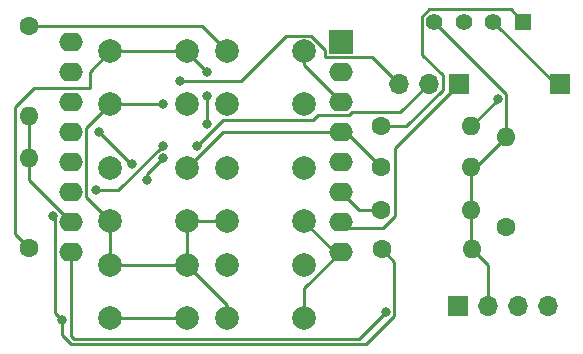
<source format=gbr>
%TF.GenerationSoftware,KiCad,Pcbnew,(6.0.5)*%
%TF.CreationDate,2022-06-30T14:49:24+05:30*%
%TF.ProjectId,D1 mini 4 button remote,4431206d-696e-4692-9034-20627574746f,rev?*%
%TF.SameCoordinates,Original*%
%TF.FileFunction,Copper,L1,Top*%
%TF.FilePolarity,Positive*%
%FSLAX46Y46*%
G04 Gerber Fmt 4.6, Leading zero omitted, Abs format (unit mm)*
G04 Created by KiCad (PCBNEW (6.0.5)) date 2022-06-30 14:49:24*
%MOMM*%
%LPD*%
G01*
G04 APERTURE LIST*
%TA.AperFunction,ComponentPad*%
%ADD10O,1.600000X1.600000*%
%TD*%
%TA.AperFunction,ComponentPad*%
%ADD11C,1.600000*%
%TD*%
%TA.AperFunction,ComponentPad*%
%ADD12C,2.000000*%
%TD*%
%TA.AperFunction,ComponentPad*%
%ADD13R,1.700000X1.700000*%
%TD*%
%TA.AperFunction,ComponentPad*%
%ADD14O,1.700000X1.700000*%
%TD*%
%TA.AperFunction,ComponentPad*%
%ADD15R,1.416000X1.416000*%
%TD*%
%TA.AperFunction,ComponentPad*%
%ADD16C,1.416000*%
%TD*%
%TA.AperFunction,ComponentPad*%
%ADD17R,2.000000X2.000000*%
%TD*%
%TA.AperFunction,ComponentPad*%
%ADD18O,2.000000X1.600000*%
%TD*%
%TA.AperFunction,ViaPad*%
%ADD19C,0.800000*%
%TD*%
%TA.AperFunction,Conductor*%
%ADD20C,0.250000*%
%TD*%
G04 APERTURE END LIST*
D10*
%TO.P,R7,2*%
%TO.N,GND*%
X130606800Y-44399200D03*
D11*
%TO.P,R7,1*%
%TO.N,D2*%
X130606800Y-52019200D03*
%TD*%
D12*
%TO.P,SW6,1,1*%
%TO.N,D2*%
X113484800Y-55219600D03*
X106984800Y-55219600D03*
%TO.P,SW6,2,2*%
%TO.N,3V3*%
X113484800Y-59719600D03*
X106984800Y-59719600D03*
%TD*%
%TO.P,SW5,1,1*%
%TO.N,D1*%
X97080000Y-59690000D03*
X103580000Y-59690000D03*
%TO.P,SW5,2,2*%
%TO.N,3V3*%
X97080000Y-55190000D03*
X103580000Y-55190000D03*
%TD*%
D11*
%TO.P,R6,1*%
%TO.N,D1*%
X120091200Y-53898800D03*
D10*
%TO.P,R6,2*%
%TO.N,GND*%
X127711200Y-53898800D03*
%TD*%
D13*
%TO.P,J3,1,Pin_1*%
%TO.N,Net-(J3-Pad1)*%
X126578600Y-39878000D03*
D14*
%TO.P,J3,2,Pin_2*%
%TO.N,Net-(J3-Pad2)*%
X124038600Y-39878000D03*
%TO.P,J3,3,Pin_3*%
%TO.N,Net-(J3-Pad3)*%
X121498600Y-39878000D03*
%TD*%
D12*
%TO.P,SW3,1,1*%
%TO.N,D5*%
X103580000Y-47026000D03*
X97080000Y-47026000D03*
%TO.P,SW3,2,2*%
%TO.N,3V3*%
X103580000Y-51526000D03*
X97080000Y-51526000D03*
%TD*%
D11*
%TO.P,R5,1*%
%TO.N,D7*%
X120040400Y-50596800D03*
D10*
%TO.P,R5,2*%
%TO.N,GND*%
X127660400Y-50596800D03*
%TD*%
D12*
%TO.P,SW1,1,1*%
%TO.N,D6*%
X103580000Y-37120000D03*
X97080000Y-37120000D03*
%TO.P,SW1,2,2*%
%TO.N,3V3*%
X97080000Y-41620000D03*
X103580000Y-41620000D03*
%TD*%
D13*
%TO.P,J2,1,Pin_1*%
%TO.N,Net-(IC1-Pad2)*%
X135128000Y-39878000D03*
%TD*%
D12*
%TO.P,SW2,1,1*%
%TO.N,D0*%
X113486000Y-37120000D03*
X106986000Y-37120000D03*
%TO.P,SW2,2,2*%
%TO.N,3V3*%
X106986000Y-41620000D03*
X113486000Y-41620000D03*
%TD*%
D11*
%TO.P,R4,1*%
%TO.N,D5*%
X120040400Y-46939200D03*
D10*
%TO.P,R4,2*%
%TO.N,GND*%
X127660400Y-46939200D03*
%TD*%
D11*
%TO.P,R1,1*%
%TO.N,3V3*%
X120040400Y-43484800D03*
D10*
%TO.P,R1,2*%
%TO.N,Net-(IC1-Pad2)*%
X127660400Y-43484800D03*
%TD*%
D13*
%TO.P,J1,1,Pin_1*%
%TO.N,5V*%
X126502000Y-58674000D03*
D14*
%TO.P,J1,2,Pin_2*%
%TO.N,GND*%
X129042000Y-58674000D03*
%TO.P,J1,3,Pin_3*%
%TO.N,unconnected-(J1-Pad3)*%
X131582000Y-58674000D03*
%TO.P,J1,4,Pin_4*%
%TO.N,A0*%
X134122000Y-58674000D03*
%TD*%
D15*
%TO.P,IC1,1,VDD*%
%TO.N,3V3*%
X132020000Y-34616000D03*
D16*
%TO.P,IC1,2,DATA*%
%TO.N,Net-(IC1-Pad2)*%
X129520000Y-34616000D03*
%TO.P,IC1,3,NULL*%
%TO.N,unconnected-(IC1-Pad3)*%
X127020000Y-34616000D03*
%TO.P,IC1,4,GND*%
%TO.N,GND*%
X124520000Y-34616000D03*
%TD*%
D11*
%TO.P,R3,1*%
%TO.N,D6*%
X90170000Y-53746400D03*
D10*
%TO.P,R3,2*%
%TO.N,GND*%
X90170000Y-46126400D03*
%TD*%
D11*
%TO.P,R2,1*%
%TO.N,D0*%
X90220800Y-34950400D03*
D10*
%TO.P,R2,2*%
%TO.N,GND*%
X90220800Y-42570400D03*
%TD*%
D12*
%TO.P,SW4,1,1*%
%TO.N,D7*%
X106986000Y-47026000D03*
X113486000Y-47026000D03*
%TO.P,SW4,2,2*%
%TO.N,3V3*%
X106986000Y-51526000D03*
X113486000Y-51526000D03*
%TD*%
D17*
%TO.P,U1,1,~{RST}*%
%TO.N,unconnected-(U1-Pad1)*%
X116586000Y-36322000D03*
D18*
%TO.P,U1,2,A0*%
%TO.N,A0*%
X116586000Y-38862000D03*
%TO.P,U1,3,D0*%
%TO.N,D0*%
X116586000Y-41402000D03*
%TO.P,U1,4,SCK/D5*%
%TO.N,D5*%
X116586000Y-43942000D03*
%TO.P,U1,5,MISO/D6*%
%TO.N,D6*%
X116586000Y-46482000D03*
%TO.P,U1,6,MOSI/D7*%
%TO.N,D7*%
X116586000Y-49022000D03*
%TO.P,U1,7,CS/D8*%
%TO.N,Net-(J3-Pad1)*%
X116586000Y-51562000D03*
%TO.P,U1,8,3V3*%
%TO.N,3V3*%
X116586000Y-54102000D03*
%TO.P,U1,9,5V*%
%TO.N,5V*%
X93726000Y-54102000D03*
%TO.P,U1,10,GND*%
%TO.N,GND*%
X93726000Y-51562000D03*
%TO.P,U1,11,D4*%
%TO.N,Net-(J3-Pad2)*%
X93726000Y-49022000D03*
%TO.P,U1,12,D3*%
%TO.N,Net-(J3-Pad3)*%
X93726000Y-46482000D03*
%TO.P,U1,13,SDA/D2*%
%TO.N,D2*%
X93726000Y-43942000D03*
%TO.P,U1,14,SCL/D1*%
%TO.N,D1*%
X93726000Y-41402000D03*
%TO.P,U1,15,RX*%
%TO.N,unconnected-(U1-Pad15)*%
X93726000Y-38862000D03*
%TO.P,U1,16,TX*%
%TO.N,unconnected-(U1-Pad16)*%
X93726000Y-36322000D03*
%TD*%
D19*
%TO.N,D6*%
X105257600Y-40895500D03*
X105257600Y-38899500D03*
X105291802Y-43265002D03*
%TO.N,D5*%
X101530989Y-46141195D03*
X100177600Y-48006000D03*
%TO.N,3V3*%
X101530989Y-41605200D03*
%TO.N,D2*%
X98919596Y-46697195D03*
X96102501Y-43930901D03*
%TO.N,Net-(J3-Pad3)*%
X102979989Y-39624000D03*
%TO.N,Net-(J3-Pad2)*%
X95910400Y-48869600D03*
X101530989Y-45110400D03*
X104407101Y-45174301D03*
%TO.N,D1*%
X92198993Y-51059592D03*
X93001500Y-59893200D03*
%TO.N,Net-(IC1-Pad2)*%
X129882300Y-41198800D03*
%TO.N,5V*%
X120396000Y-59182000D03*
%TD*%
D20*
%TO.N,D6*%
X95336733Y-38863267D02*
X97080000Y-37120000D01*
X95336733Y-40277480D02*
X95336733Y-38863267D01*
X90583320Y-40277480D02*
X89045489Y-41815311D01*
X89045489Y-41815311D02*
X89045489Y-52621889D01*
X95336733Y-40277480D02*
X90583320Y-40277480D01*
X105257600Y-43230800D02*
X105291802Y-43265002D01*
X105257600Y-40895500D02*
X105257600Y-43230800D01*
X103580000Y-37221900D02*
X105257600Y-38899500D01*
X103580000Y-37120000D02*
X103580000Y-37221900D01*
%TO.N,D5*%
X100177600Y-47494584D02*
X101530989Y-46141195D01*
X100177600Y-48006000D02*
X100177600Y-47494584D01*
%TO.N,3V3*%
X101516189Y-41620000D02*
X101530989Y-41605200D01*
X97080000Y-41620000D02*
X101516189Y-41620000D01*
X103580000Y-51526000D02*
X103580000Y-55190000D01*
X97080000Y-55190000D02*
X103580000Y-55190000D01*
%TO.N,D1*%
X97080000Y-59690000D02*
X103580000Y-59690000D01*
%TO.N,3V3*%
X106986000Y-51526000D02*
X103580000Y-51526000D01*
%TO.N,D2*%
X98868795Y-46697195D02*
X98919596Y-46697195D01*
X96102501Y-43930901D02*
X98868795Y-46697195D01*
%TO.N,Net-(J3-Pad3)*%
X111981711Y-35795489D02*
X108153200Y-39624000D01*
X114034632Y-35795489D02*
X111981711Y-35795489D01*
X108153200Y-39624000D02*
X102979989Y-39624000D01*
X115261489Y-37022346D02*
X114034632Y-35795489D01*
X115261489Y-37646511D02*
X115261489Y-37022346D01*
X119267111Y-37646511D02*
X115261489Y-37646511D01*
X121498600Y-39878000D02*
X119267111Y-37646511D01*
%TO.N,Net-(J3-Pad2)*%
X97771789Y-48869600D02*
X95910400Y-48869600D01*
X101530989Y-45110400D02*
X97771789Y-48869600D01*
X114281489Y-42944511D02*
X106636891Y-42944511D01*
X106636891Y-42944511D02*
X104407101Y-45174301D01*
X114699480Y-42526520D02*
X114281489Y-42944511D01*
X117251791Y-42526520D02*
X114699480Y-42526520D01*
X117512711Y-42265600D02*
X117251791Y-42526520D01*
X121651000Y-42265600D02*
X117512711Y-42265600D01*
X124038600Y-39878000D02*
X121651000Y-42265600D01*
%TO.N,Net-(J3-Pad1)*%
X117094000Y-52070000D02*
X116586000Y-51562000D01*
X120157500Y-52070000D02*
X117094000Y-52070000D01*
X121164911Y-45291689D02*
X121164911Y-51062589D01*
X126578600Y-39878000D02*
X121164911Y-45291689D01*
X121164911Y-51062589D02*
X120157500Y-52070000D01*
%TO.N,D1*%
X92401480Y-51262079D02*
X92198993Y-51059592D01*
X92401480Y-59293180D02*
X92401480Y-51262079D01*
X93001500Y-59893200D02*
X92401480Y-59293180D01*
X93001500Y-61149900D02*
X93001500Y-59893200D01*
X93769120Y-61917520D02*
X93001500Y-61149900D01*
X118754660Y-61917520D02*
X93769120Y-61917520D01*
X121120511Y-59551669D02*
X118754660Y-61917520D01*
X121120511Y-54928111D02*
X121120511Y-59551669D01*
X120091200Y-53898800D02*
X121120511Y-54928111D01*
%TO.N,D6*%
X90170000Y-53746400D02*
X89045489Y-52621889D01*
%TO.N,D0*%
X90220800Y-34950400D02*
X104816400Y-34950400D01*
X104816400Y-34950400D02*
X106986000Y-37120000D01*
%TO.N,GND*%
X127660400Y-46939200D02*
X127660400Y-50596800D01*
X130606800Y-44399200D02*
X128066800Y-46939200D01*
X128066800Y-46939200D02*
X127660400Y-46939200D01*
%TO.N,D5*%
X117043200Y-43942000D02*
X120040400Y-46939200D01*
X116586000Y-43942000D02*
X117043200Y-43942000D01*
%TO.N,D7*%
X118160800Y-50596800D02*
X116586000Y-49022000D01*
X120040400Y-50596800D02*
X118160800Y-50596800D01*
%TO.N,3V3*%
X122123200Y-43484800D02*
X120040400Y-43484800D01*
X125222000Y-39166800D02*
X125222000Y-40386000D01*
X123487489Y-37432289D02*
X125222000Y-39166800D01*
X124092319Y-33583489D02*
X123487489Y-34188319D01*
X123487489Y-34188319D02*
X123487489Y-37432289D01*
X130987489Y-33583489D02*
X124092319Y-33583489D01*
X125222000Y-40386000D02*
X122123200Y-43484800D01*
X132020000Y-34616000D02*
X130987489Y-33583489D01*
%TO.N,Net-(IC1-Pad2)*%
X129882300Y-41262900D02*
X129882300Y-41198800D01*
X127660400Y-43484800D02*
X129882300Y-41262900D01*
%TO.N,GND*%
X127660400Y-53848000D02*
X127711200Y-53898800D01*
X127660400Y-50596800D02*
X127660400Y-53848000D01*
X129042000Y-55229600D02*
X127711200Y-53898800D01*
X129042000Y-58674000D02*
X129042000Y-55229600D01*
%TO.N,Net-(IC1-Pad2)*%
X134782000Y-39878000D02*
X135128000Y-39878000D01*
X129520000Y-34616000D02*
X134782000Y-39878000D01*
%TO.N,GND*%
X130606800Y-40702800D02*
X130606800Y-44399200D01*
X124520000Y-34616000D02*
X130606800Y-40702800D01*
%TO.N,3V3*%
X113484800Y-57203200D02*
X116586000Y-54102000D01*
X113484800Y-59719600D02*
X113484800Y-57203200D01*
X106984800Y-58594800D02*
X106984800Y-59719600D01*
X103580000Y-55190000D02*
X106984800Y-58594800D01*
X97080000Y-55190000D02*
X97080000Y-51526000D01*
%TO.N,GND*%
X90170000Y-48006000D02*
X93726000Y-51562000D01*
X90170000Y-46126400D02*
X90170000Y-48006000D01*
X90220800Y-46075600D02*
X90170000Y-46126400D01*
X90220800Y-42570400D02*
X90220800Y-46075600D01*
%TO.N,D0*%
X113486000Y-38302000D02*
X116586000Y-41402000D01*
X113486000Y-37120000D02*
X113486000Y-38302000D01*
%TO.N,3V3*%
X116586000Y-54102000D02*
X116062000Y-54102000D01*
X95050520Y-43649480D02*
X97080000Y-41620000D01*
X97080000Y-51526000D02*
X95050520Y-49496520D01*
X95050520Y-49496520D02*
X95050520Y-43649480D01*
X116062000Y-54102000D02*
X113486000Y-51526000D01*
%TO.N,5V*%
X120396000Y-59182000D02*
X118110000Y-61468000D01*
X93726000Y-61214000D02*
X93980000Y-61468000D01*
X93980000Y-61468000D02*
X118110000Y-61468000D01*
X93726000Y-61214000D02*
X93726000Y-54102000D01*
%TO.N,D5*%
X103580000Y-47026000D02*
X106664000Y-43942000D01*
X106664000Y-43942000D02*
X116586000Y-43942000D01*
%TO.N,D6*%
X97080000Y-37120000D02*
X103580000Y-37120000D01*
%TD*%
M02*

</source>
